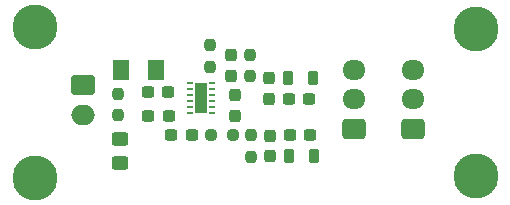
<source format=gbr>
%TF.GenerationSoftware,KiCad,Pcbnew,9.0.0*%
%TF.CreationDate,2025-04-24T23:50:50+03:00*%
%TF.ProjectId,Analog,416e616c-6f67-42e6-9b69-6361645f7063,rev?*%
%TF.SameCoordinates,Original*%
%TF.FileFunction,Soldermask,Top*%
%TF.FilePolarity,Negative*%
%FSLAX46Y46*%
G04 Gerber Fmt 4.6, Leading zero omitted, Abs format (unit mm)*
G04 Created by KiCad (PCBNEW 9.0.0) date 2025-04-24 23:50:50*
%MOMM*%
%LPD*%
G01*
G04 APERTURE LIST*
G04 Aperture macros list*
%AMRoundRect*
0 Rectangle with rounded corners*
0 $1 Rounding radius*
0 $2 $3 $4 $5 $6 $7 $8 $9 X,Y pos of 4 corners*
0 Add a 4 corners polygon primitive as box body*
4,1,4,$2,$3,$4,$5,$6,$7,$8,$9,$2,$3,0*
0 Add four circle primitives for the rounded corners*
1,1,$1+$1,$2,$3*
1,1,$1+$1,$4,$5*
1,1,$1+$1,$6,$7*
1,1,$1+$1,$8,$9*
0 Add four rect primitives between the rounded corners*
20,1,$1+$1,$2,$3,$4,$5,0*
20,1,$1+$1,$4,$5,$6,$7,0*
20,1,$1+$1,$6,$7,$8,$9,0*
20,1,$1+$1,$8,$9,$2,$3,0*%
G04 Aperture macros list end*
%ADD10RoundRect,0.218750X-0.218750X-0.381250X0.218750X-0.381250X0.218750X0.381250X-0.218750X0.381250X0*%
%ADD11RoundRect,0.250000X0.725000X-0.600000X0.725000X0.600000X-0.725000X0.600000X-0.725000X-0.600000X0*%
%ADD12O,1.950000X1.700000*%
%ADD13C,2.600000*%
%ADD14C,3.800000*%
%ADD15RoundRect,0.237500X-0.237500X0.250000X-0.237500X-0.250000X0.237500X-0.250000X0.237500X0.250000X0*%
%ADD16RoundRect,0.250000X0.450000X-0.325000X0.450000X0.325000X-0.450000X0.325000X-0.450000X-0.325000X0*%
%ADD17RoundRect,0.237500X-0.237500X0.300000X-0.237500X-0.300000X0.237500X-0.300000X0.237500X0.300000X0*%
%ADD18RoundRect,0.237500X0.237500X-0.250000X0.237500X0.250000X-0.237500X0.250000X-0.237500X-0.250000X0*%
%ADD19RoundRect,0.237500X0.300000X0.237500X-0.300000X0.237500X-0.300000X-0.237500X0.300000X-0.237500X0*%
%ADD20RoundRect,0.250000X-0.750000X0.600000X-0.750000X-0.600000X0.750000X-0.600000X0.750000X0.600000X0*%
%ADD21O,2.000000X1.700000*%
%ADD22RoundRect,0.237500X-0.300000X-0.237500X0.300000X-0.237500X0.300000X0.237500X-0.300000X0.237500X0*%
%ADD23RoundRect,0.237500X0.250000X0.237500X-0.250000X0.237500X-0.250000X-0.237500X0.250000X-0.237500X0*%
%ADD24RoundRect,0.250001X0.462499X0.624999X-0.462499X0.624999X-0.462499X-0.624999X0.462499X-0.624999X0*%
%ADD25RoundRect,0.237500X0.237500X-0.300000X0.237500X0.300000X-0.237500X0.300000X-0.237500X-0.300000X0*%
%ADD26RoundRect,0.062500X-0.187500X-0.062500X0.187500X-0.062500X0.187500X0.062500X-0.187500X0.062500X0*%
%ADD27R,1.000000X2.650000*%
G04 APERTURE END LIST*
D10*
%TO.C,L2*%
X151693100Y-108407200D03*
X153818100Y-108407200D03*
%TD*%
D11*
%TO.C,J2*%
X157230800Y-106132000D03*
D12*
X157230800Y-103632000D03*
X157230800Y-101132000D03*
%TD*%
D13*
%TO.C,H2*%
X130175000Y-110261400D03*
D14*
X130175000Y-110261400D03*
%TD*%
D15*
%TO.C,R3*%
X148488400Y-106656500D03*
X148488400Y-108481500D03*
%TD*%
D16*
%TO.C,D1*%
X137439400Y-109051200D03*
X137439400Y-107001200D03*
%TD*%
D17*
%TO.C,C2*%
X147116800Y-103277500D03*
X147116800Y-105002500D03*
%TD*%
D13*
%TO.C,H1*%
X167538400Y-110083600D03*
D14*
X167538400Y-110083600D03*
%TD*%
D13*
%TO.C,H4*%
X167513000Y-97663000D03*
D14*
X167513000Y-97663000D03*
%TD*%
D18*
%TO.C,R1*%
X148412200Y-101674300D03*
X148412200Y-99849300D03*
%TD*%
D19*
%TO.C,C7*%
X153440300Y-103632000D03*
X151715300Y-103632000D03*
%TD*%
D13*
%TO.C,H3*%
X130175000Y-97536000D03*
D14*
X130175000Y-97536000D03*
%TD*%
D11*
%TO.C,J3*%
X162209200Y-106132000D03*
D12*
X162209200Y-103632000D03*
X162209200Y-101132000D03*
%TD*%
D20*
%TO.C,J1*%
X134289800Y-102438200D03*
D21*
X134289800Y-104938200D03*
%TD*%
D15*
%TO.C,RLd*%
X137261600Y-103151300D03*
X137261600Y-104976300D03*
%TD*%
D22*
%TO.C,C5*%
X141758500Y-106654600D03*
X143483500Y-106654600D03*
%TD*%
D19*
%TO.C,C3*%
X141526600Y-105003600D03*
X139801600Y-105003600D03*
%TD*%
%TO.C,C9*%
X153516500Y-106654600D03*
X151791500Y-106654600D03*
%TD*%
D15*
%TO.C,R2*%
X145034000Y-99061900D03*
X145034000Y-100886900D03*
%TD*%
D19*
%TO.C,C1*%
X141502300Y-103022400D03*
X139777300Y-103022400D03*
%TD*%
D23*
%TO.C,R4*%
X146962500Y-106654600D03*
X145137500Y-106654600D03*
%TD*%
D24*
%TO.C,F1*%
X140476300Y-101117400D03*
X137501300Y-101117400D03*
%TD*%
D10*
%TO.C,L1*%
X151591500Y-101854000D03*
X153716500Y-101854000D03*
%TD*%
D25*
%TO.C,C8*%
X150063200Y-108431500D03*
X150063200Y-106706500D03*
%TD*%
D26*
%TO.C,U1*%
X143334350Y-102251000D03*
X143334350Y-102751000D03*
X143334350Y-103251000D03*
X143334350Y-103751000D03*
X143334350Y-104251000D03*
X143334350Y-104751000D03*
X145234350Y-104751000D03*
X145234350Y-104251000D03*
X145234350Y-103751000D03*
X145234350Y-103251000D03*
X145234350Y-102751000D03*
X145234350Y-102251000D03*
D27*
X144284350Y-103501000D03*
%TD*%
D17*
%TO.C,C6*%
X150012400Y-101855100D03*
X150012400Y-103580100D03*
%TD*%
%TO.C,C4*%
X146837400Y-99899300D03*
X146837400Y-101624300D03*
%TD*%
M02*

</source>
